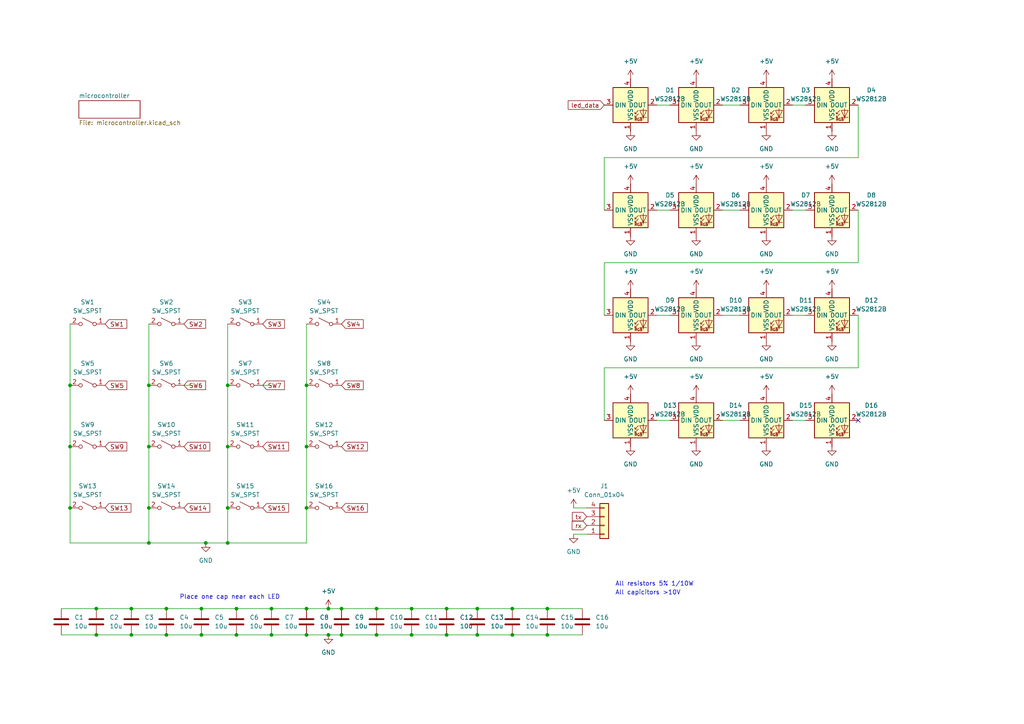
<source format=kicad_sch>
(kicad_sch (version 20230121) (generator eeschema)
  (paper "A4")
  (lib_symbols
    (symbol "Connector_Generic:Conn_01x04" (pin_names (offset 1.016) hide)
      (property "Reference" "J" (at 0 5.08 0))
      (property "Value" "Conn_01x04" (at 0 -7.62 0))
      (symbol "Conn_01x04_1_1"
        (rectangle (start -1.27 -4.953) (end 0 -5.207) (stroke (width 0.1524)))
        (rectangle (start -1.27 -2.413) (end 0 -2.667) (stroke (width 0.1524)))
        (rectangle (start -1.27 0.127) (end 0 -0.127) (stroke (width 0.1524)))
        (rectangle (start -1.27 2.667) (end 0 2.413) (stroke (width 0.1524)))
        (rectangle (start -1.27 3.81) (end 1.27 -6.35) (stroke (width 0.254)) (fill (type background)))
        (pin passive line (at -5.08 2.54 0) (length 3.81) (name "Pin_1") (number "1"))
        (pin passive line (at -5.08 0 0) (length 3.81) (name "Pin_2") (number "2"))
        (pin passive line (at -5.08 -2.54 0) (length 3.81) (name "Pin_3") (number "3"))
        (pin passive line (at -5.08 -5.08 0) (length 3.81) (name "Pin_4") (number "4"))
      )
    )
    (symbol "Device:C" (pin_numbers hide) (pin_names (offset 0.254))
      (property "Reference" "C" (at 0.635 2.54 0))
      (property "Value" "C" (at 0.635 -2.54 0))
      (symbol "C_0_1"
        (polyline (pts (xy -2.032 -0.762) (xy 2.032 -0.762)) (stroke (width 0.508)))
        (polyline (pts (xy -2.032 0.762) (xy 2.032 0.762)) (stroke (width 0.508)))
      )
      (symbol "C_1_1"
        (pin passive line (at 0 3.81 270) (length 2.794) (name "~") (number "1"))
        (pin passive line (at 0 -3.81 90) (length 2.794) (name "~") (number "2"))
      )
    )
    (symbol "Switch:SW_SPST" (pin_names (offset 0) hide)
      (property "Reference" "SW" (at 0 3.175 0))
      (property "Value" "SW_SPST" (at 0 -2.54 0))
      (symbol "SW_SPST_0_0"
        (circle (center -2.032 0) (radius 0.508))
        (polyline (pts (xy -1.524 0.254) (xy 1.524 1.778)))
        (circle (center 2.032 0) (radius 0.508))
      )
      (symbol "SW_SPST_1_1"
        (pin passive line (at -5.08 0 0) (length 2.54) (name "A") (number "1"))
        (pin passive line (at 5.08 0 180) (length 2.54) (name "B") (number "2"))
      )
    )
    (symbol "adafruit:NeoPixel_Slim_Flat"
      (property "Reference" "U" (at 0 0 0))
      (property "Value" "NeoPixel_Slim_Flat" (at 0 0 0))
      (symbol "NeoPixel_Slim_Flat_0_0"
        (text "RGB" (at 2.286 -4.191 0) (effects (font (size 0.762 0.762))))
      )
      (symbol "NeoPixel_Slim_Flat_0_1"
        (polyline (pts (xy 1.27 -3.556) (xy 1.778 -3.556)))
        (polyline (pts (xy 1.27 -2.54) (xy 1.778 -2.54)))
        (polyline (pts (xy 4.699 -3.556) (xy 2.667 -3.556)))
        (polyline (pts (xy 2.286 -2.54) (xy 1.27 -3.556) (xy 1.27 -3.048)))
        (polyline (pts (xy 2.286 -1.524) (xy 1.27 -2.54) (xy 1.27 -2.032)))
        (polyline (pts (xy 3.683 -1.016) (xy 3.683 -3.556) (xy 3.683 -4.064)))
        (polyline (pts (xy 4.699 -1.524) (xy 2.667 -1.524) (xy 3.683 -3.556) (xy 4.699 -1.524)))
        (rectangle (start 5.08 5.08) (end -5.08 -5.08) (stroke (width 0.254)) (fill (type background)))
      )
      (symbol "NeoPixel_Slim_Flat_1_1"
        (pin power_in line (at 0 -7.62 90) (length 2.54) (name "VSS") (number "1"))
        (pin output line (at 7.62 0 180) (length 2.54) (name "DOUT") (number "2"))
        (pin input line (at -7.62 0 0) (length 2.54) (name "DIN") (number "3"))
        (pin power_in line (at 0 7.62 270) (length 2.54) (name "VDD") (number "4"))
      )
    )
    (symbol "power:+5V" (power) (pin_names (offset 0))
      (property "Value" "+5V" (at 0 3.556 0))
      (symbol "+5V_0_1"
        (polyline (pts (xy -0.762 1.27) (xy 0 2.54)))
        (polyline (pts (xy 0 0) (xy 0 2.54)))
        (polyline (pts (xy 0 2.54) (xy 0.762 1.27)))
      )
      (symbol "+5V_1_1"
        (pin power_in line (at 0 0 90) (length 0) hide (name "+5V") (number "1"))
      )
    )
    (symbol "power:GND" (power) (pin_names (offset 0))
      (property "Value" "GND" (at 0 -3.81 0))
      (symbol "GND_0_1"
        (polyline (pts (xy 0 0) (xy 0 -1.27) (xy 1.27 -1.27) (xy 0 -2.54) (xy -1.27 -1.27) (xy 0 -1.27)))
      )
      (symbol "GND_1_1"
        (pin power_in line (at 0 0 270) (length 0) hide (name "GND") (number "1"))
      )
    )
  )
  (junction (at 20.32 111.76))
  (junction (at 59.69 157.48))
  (junction (at 27.94 176.53))
  (junction (at 68.58 176.53))
  (junction (at 148.59 184.15))
  (junction (at 48.26 176.53))
  (junction (at 66.04 111.76))
  (junction (at 88.9 111.76))
  (junction (at 78.74 176.53))
  (junction (at 48.26 184.15))
  (junction (at 78.74 184.15))
  (junction (at 99.06 184.15))
  (junction (at 27.94 184.15))
  (junction (at 158.75 184.15))
  (junction (at 58.42 184.15))
  (junction (at 66.04 129.54))
  (junction (at 38.1 184.15))
  (junction (at 43.18 147.32))
  (junction (at 20.32 129.54))
  (junction (at 158.75 176.53))
  (junction (at 88.9 176.53))
  (junction (at 88.9 147.32))
  (junction (at 20.32 147.32))
  (junction (at 129.54 176.53))
  (junction (at 66.04 147.32))
  (junction (at 138.43 184.15))
  (junction (at 109.22 184.15))
  (junction (at 58.42 176.53))
  (junction (at 68.58 184.15))
  (junction (at 99.06 176.53))
  (junction (at 138.43 176.53))
  (junction (at 43.18 157.48))
  (junction (at 119.38 176.53))
  (junction (at 43.18 129.54))
  (junction (at 66.04 157.48))
  (junction (at 119.38 184.15))
  (junction (at 109.22 176.53))
  (junction (at 129.54 184.15))
  (junction (at 148.59 176.53))
  (junction (at 88.9 129.54))
  (junction (at 95.25 184.15))
  (junction (at 38.1 176.53))
  (junction (at 43.18 111.76))
  (junction (at 88.9 184.15))
  (junction (at 95.25 176.53))
  (no_connect (at 248.92 121.92))
  (wire (pts (xy 66.04 111.76) (xy 66.04 129.54)))
  (wire (pts (xy 148.59 176.53) (xy 158.75 176.53)))
  (wire (pts (xy 20.32 157.48) (xy 43.18 157.48)))
  (wire (pts (xy 248.92 91.44) (xy 248.92 106.68)))
  (wire (pts (xy 58.42 184.15) (xy 68.58 184.15)))
  (wire (pts (xy 109.22 184.15) (xy 119.38 184.15)))
  (wire (pts (xy 138.43 176.53) (xy 148.59 176.53)))
  (wire (pts (xy 190.5 121.92) (xy 194.31 121.92)))
  (wire (pts (xy 66.04 93.98) (xy 66.04 111.76)))
  (wire (pts (xy 88.9 147.32) (xy 88.9 157.48)))
  (wire (pts (xy 99.06 176.53) (xy 109.22 176.53)))
  (wire (pts (xy 88.9 93.98) (xy 88.9 111.76)))
  (wire (pts (xy 209.55 121.92) (xy 214.63 121.92)))
  (wire (pts (xy 20.32 129.54) (xy 20.32 147.32)))
  (wire (pts (xy 78.74 176.53) (xy 88.9 176.53)))
  (wire (pts (xy 209.55 91.44) (xy 214.63 91.44)))
  (wire (pts (xy 48.26 184.15) (xy 58.42 184.15)))
  (wire (pts (xy 48.26 176.53) (xy 58.42 176.53)))
  (wire (pts (xy 248.92 60.96) (xy 248.92 76.2)))
  (wire (pts (xy 175.26 106.68) (xy 248.92 106.68)))
  (wire (pts (xy 119.38 184.15) (xy 129.54 184.15)))
  (wire (pts (xy 88.9 147.32) (xy 88.9 129.54)))
  (wire (pts (xy 17.78 184.15) (xy 27.94 184.15)))
  (wire (pts (xy 43.18 129.54) (xy 43.18 147.32)))
  (wire (pts (xy 95.25 176.53) (xy 99.06 176.53)))
  (wire (pts (xy 119.38 176.53) (xy 129.54 176.53)))
  (wire (pts (xy 53.34 111.76) (xy 55.88 111.76)))
  (wire (pts (xy 88.9 176.53) (xy 95.25 176.53)))
  (wire (pts (xy 43.18 157.48) (xy 59.69 157.48)))
  (wire (pts (xy 209.55 60.96) (xy 214.63 60.96)))
  (wire (pts (xy 190.5 60.96) (xy 194.31 60.96)))
  (wire (pts (xy 175.26 76.2) (xy 175.26 91.44)))
  (wire (pts (xy 66.04 129.54) (xy 66.04 147.32)))
  (wire (pts (xy 38.1 176.53) (xy 48.26 176.53)))
  (wire (pts (xy 229.87 60.96) (xy 233.68 60.96)))
  (wire (pts (xy 229.87 121.92) (xy 233.68 121.92)))
  (wire (pts (xy 66.04 147.32) (xy 66.04 157.48)))
  (wire (pts (xy 166.37 147.32) (xy 170.18 147.32)))
  (wire (pts (xy 20.32 111.76) (xy 20.32 129.54)))
  (wire (pts (xy 158.75 184.15) (xy 168.91 184.15)))
  (wire (pts (xy 190.5 91.44) (xy 194.31 91.44)))
  (wire (pts (xy 43.18 111.76) (xy 43.18 129.54)))
  (wire (pts (xy 58.42 176.53) (xy 68.58 176.53)))
  (wire (pts (xy 17.78 176.53) (xy 27.94 176.53)))
  (wire (pts (xy 20.32 147.32) (xy 20.32 157.48)))
  (wire (pts (xy 190.5 30.48) (xy 194.31 30.48)))
  (wire (pts (xy 59.69 157.48) (xy 66.04 157.48)))
  (wire (pts (xy 66.04 157.48) (xy 88.9 157.48)))
  (wire (pts (xy 43.18 147.32) (xy 43.18 157.48)))
  (wire (pts (xy 229.87 91.44) (xy 233.68 91.44)))
  (wire (pts (xy 166.37 154.94) (xy 170.18 154.94)))
  (wire (pts (xy 209.55 30.48) (xy 214.63 30.48)))
  (wire (pts (xy 248.92 30.48) (xy 248.92 45.72)))
  (wire (pts (xy 88.9 184.15) (xy 95.25 184.15)))
  (wire (pts (xy 109.22 176.53) (xy 119.38 176.53)))
  (wire (pts (xy 129.54 184.15) (xy 138.43 184.15)))
  (wire (pts (xy 76.2 111.76) (xy 78.74 111.76)))
  (wire (pts (xy 138.43 184.15) (xy 148.59 184.15)))
  (wire (pts (xy 27.94 184.15) (xy 38.1 184.15)))
  (wire (pts (xy 175.26 76.2) (xy 248.92 76.2)))
  (wire (pts (xy 175.26 45.72) (xy 248.92 45.72)))
  (wire (pts (xy 129.54 176.53) (xy 138.43 176.53)))
  (wire (pts (xy 68.58 176.53) (xy 78.74 176.53)))
  (wire (pts (xy 175.26 45.72) (xy 175.26 60.96)))
  (wire (pts (xy 95.25 184.15) (xy 99.06 184.15)))
  (wire (pts (xy 20.32 93.98) (xy 20.32 111.76)))
  (wire (pts (xy 175.26 106.68) (xy 175.26 121.92)))
  (wire (pts (xy 27.94 176.53) (xy 38.1 176.53)))
  (wire (pts (xy 229.87 30.48) (xy 233.68 30.48)))
  (wire (pts (xy 38.1 184.15) (xy 48.26 184.15)))
  (wire (pts (xy 158.75 176.53) (xy 168.91 176.53)))
  (wire (pts (xy 99.06 184.15) (xy 109.22 184.15)))
  (wire (pts (xy 43.18 93.98) (xy 43.18 111.76)))
  (wire (pts (xy 68.58 184.15) (xy 78.74 184.15)))
  (wire (pts (xy 78.74 184.15) (xy 88.9 184.15)))
  (wire (pts (xy 148.59 184.15) (xy 158.75 184.15)))
  (wire (pts (xy 88.9 129.54) (xy 88.9 111.76)))
  (text "All resistors 5% 1/10W" (at 178.435 170.18 0) (effects (font (size 1.27 1.27)) (justify left bottom)))
  (text "Place one cap near each LED" (at 52.07 173.99 0) (effects (font (size 1.27 1.27)) (justify left bottom)))
  (text "All capicitors >10V" (at 178.435 172.72 0) (effects (font (size 1.27 1.27)) (justify left bottom)))
  (global_label "rx" (shape input) (at 170.18 152.4 180) (property "Intersheetrefs" "${INTERSHEET_REFS}" (effects hide)))
  (global_label "SW12" (shape input) (at 99.06 129.54 0) (property "Intersheetrefs" "${INTERSHEET_REFS}" (effects hide)))
  (global_label "tx" (shape input) (at 170.18 149.86 180) (property "Intersheetrefs" "${INTERSHEET_REFS}" (effects hide)))
  (global_label "SW10" (shape input) (at 53.34 129.54 0) (property "Intersheetrefs" "${INTERSHEET_REFS}" (effects hide)))
  (global_label "SW5" (shape input) (at 30.48 111.76 0) (property "Intersheetrefs" "${INTERSHEET_REFS}" (effects hide)))
  (global_label "SW14" (shape input) (at 53.34 147.32 0) (property "Intersheetrefs" "${INTERSHEET_REFS}" (effects hide)))
  (global_label "SW7" (shape input) (at 76.2 111.76 0) (property "Intersheetrefs" "${INTERSHEET_REFS}" (effects hide)))
  (global_label "SW16" (shape input) (at 99.06 147.32 0) (property "Intersheetrefs" "${INTERSHEET_REFS}" (effects hide)))
  (global_label "SW2" (shape input) (at 53.34 93.98 0) (property "Intersheetrefs" "${INTERSHEET_REFS}" (effects hide)))
  (global_label "led_data" (shape input) (at 175.26 30.48 180) (property "Intersheetrefs" "${INTERSHEET_REFS}" (effects hide)))
  (global_label "SW15" (shape input) (at 76.2 147.32 0) (property "Intersheetrefs" "${INTERSHEET_REFS}" (effects hide)))
  (global_label "SW13" (shape input) (at 30.48 147.32 0) (property "Intersheetrefs" "${INTERSHEET_REFS}" (effects hide)))
  (global_label "SW3" (shape input) (at 76.2 93.98 0) (property "Intersheetrefs" "${INTERSHEET_REFS}" (effects hide)))
  (global_label "SW1" (shape input) (at 30.48 93.98 0) (property "Intersheetrefs" "${INTERSHEET_REFS}" (effects hide)))
  (global_label "SW11" (shape input) (at 76.2 129.54 0) (property "Intersheetrefs" "${INTERSHEET_REFS}" (effects hide)))
  (global_label "SW6" (shape input) (at 53.34 111.76 0) (property "Intersheetrefs" "${INTERSHEET_REFS}" (effects hide)))
  (global_label "SW8" (shape input) (at 99.06 111.76 0) (property "Intersheetrefs" "${INTERSHEET_REFS}" (effects hide)))
  (global_label "SW4" (shape input) (at 99.06 93.98 0) (property "Intersheetrefs" "${INTERSHEET_REFS}" (effects hide)))
  (global_label "SW9" (shape input) (at 30.48 129.54 0) (property "Intersheetrefs" "${INTERSHEET_REFS}" (effects hide)))
  (symbol (lib_id "Switch:SW_SPST") (at 48.26 93.98 0) (mirror y) (unit 1)
    (property "Reference" "SW2" (at 48.26 87.63 0))
    (property "Value" "SW_SPST" (at 48.26 90.17 0))
    (property "Footprint" "buttons:SW_Gateron_MX_1.00u_Plate" (effects hide))
  )
  (symbol (lib_id "Device:C") (at 99.06 180.34 0) (unit 1)
    (property "Reference" "C9" (at 102.87 179.0699 0) (effects (justify left)))
    (property "Value" "10u" (at 102.87 181.6099 0) (effects (justify left)))
    (property "Footprint" "Capacitor_SMD:C_0603_1608Metric" (effects hide))
    (property "DPN" "GMC10X5R106M10NT" (effects hide))
    (property "MPN" "4713-GMC10X5R106M10NTCT-ND" (effects hide))
  )
  (symbol (lib_id "power:+5V") (at 222.25 114.3 0) (unit 1)
    (property "Reference" "#PWR0121" (effects hide))
    (property "Value" "+5V" (at 222.25 109.22 0))
  )
  (symbol (lib_id "adafruit:NeoPixel_Slim_Flat") (at 182.88 60.96 0) (unit 1)
    (property "Reference" "D5" (at 194.31 56.6293 0))
    (property "Value" "WS2812B" (at 194.31 59.1693 0))
    (property "Footprint" "adafruit:Neopixel - Slim Flat - Down" (effects hide))
    (property "Datasheet" "https://cdn-shop.adafruit.com/product-files/4892/4892_SK68XX-EC3210F__REV.A.pdf" (effects hide))
  )
  (symbol (lib_id "Device:C") (at 109.22 180.34 0) (unit 1)
    (property "Reference" "C10" (at 113.03 179.0699 0) (effects (justify left)))
    (property "Value" "10u" (at 113.03 181.6099 0) (effects (justify left)))
    (property "Footprint" "Capacitor_SMD:C_0603_1608Metric" (effects hide))
    (property "DPN" "GMC10X5R106M10NT" (effects hide))
    (property "MPN" "4713-GMC10X5R106M10NTCT-ND" (effects hide))
  )
  (symbol (lib_id "Connector_Generic:Conn_01x04") (at 175.26 152.4 0) (mirror x) (unit 1)
    (property "Reference" "J1" (at 175.26 140.97 0))
    (property "Value" "Conn_01x04" (at 175.26 143.51 0))
    (property "Footprint" "Connector_JST:JST_PH_S4B-PH-SM4-TB_1x04-1MP_P2.00mm_Horizontal" (effects hide))
  )
  (symbol (lib_id "power:+5V") (at 201.93 83.82 0) (unit 1)
    (property "Reference" "#PWR0104" (effects hide))
    (property "Value" "+5V" (at 201.93 78.74 0))
  )
  (symbol (lib_id "Device:C") (at 168.91 180.34 0) (unit 1)
    (property "Reference" "C16" (at 172.72 179.0699 0) (effects (justify left)))
    (property "Value" "10u" (at 172.72 181.6099 0) (effects (justify left)))
    (property "Footprint" "Capacitor_SMD:C_0603_1608Metric" (effects hide))
    (property "DPN" "GMC10X5R106M10NT" (effects hide))
    (property "MPN" "4713-GMC10X5R106M10NTCT-ND" (effects hide))
  )
  (symbol (lib_id "Switch:SW_SPST") (at 48.26 111.76 0) (mirror y) (unit 1)
    (property "Reference" "SW6" (at 48.26 105.41 0))
    (property "Value" "SW_SPST" (at 48.26 107.95 0))
    (property "Footprint" "buttons:SW_Gateron_MX_1.00u_Plate" (effects hide))
  )
  (symbol (lib_id "Device:C") (at 68.58 180.34 0) (unit 1)
    (property "Reference" "C6" (at 72.39 179.0699 0) (effects (justify left)))
    (property "Value" "10u" (at 72.39 181.6099 0) (effects (justify left)))
    (property "Footprint" "Capacitor_SMD:C_0603_1608Metric" (effects hide))
    (property "DPN" "GMC10X5R106M10NT" (effects hide))
    (property "MPN" "4713-GMC10X5R106M10NTCT-ND" (effects hide))
  )
  (symbol (lib_id "Switch:SW_SPST") (at 71.12 111.76 0) (mirror y) (unit 1)
    (property "Reference" "SW7" (at 71.12 105.41 0))
    (property "Value" "SW_SPST" (at 71.12 107.95 0))
    (property "Footprint" "buttons:SW_Gateron_MX_1.00u_Plate" (effects hide))
  )
  (symbol (lib_id "Switch:SW_SPST") (at 25.4 93.98 0) (mirror y) (unit 1)
    (property "Reference" "SW1" (at 25.4 87.63 0))
    (property "Value" "SW_SPST" (at 25.4 90.17 0))
    (property "Footprint" "buttons:SW_Gateron_MX_1.00u_Plate" (effects hide))
  )
  (symbol (lib_id "Device:C") (at 148.59 180.34 0) (unit 1)
    (property "Reference" "C14" (at 152.4 179.0699 0) (effects (justify left)))
    (property "Value" "10u" (at 152.4 181.6099 0) (effects (justify left)))
    (property "Footprint" "Capacitor_SMD:C_0603_1608Metric" (effects hide))
    (property "DPN" "GMC10X5R106M10NT" (effects hide))
    (property "MPN" "4713-GMC10X5R106M10NTCT-ND" (effects hide))
  )
  (symbol (lib_id "power:GND") (at 222.25 99.06 0) (unit 1)
    (property "Reference" "#PWR0127" (effects hide))
    (property "Value" "GND" (at 222.25 104.14 0))
  )
  (symbol (lib_id "power:GND") (at 222.25 129.54 0) (unit 1)
    (property "Reference" "#PWR0130" (effects hide))
    (property "Value" "GND" (at 222.25 134.62 0))
  )
  (symbol (lib_id "adafruit:NeoPixel_Slim_Flat") (at 182.88 91.44 0) (unit 1)
    (property "Reference" "D9" (at 194.31 87.1093 0))
    (property "Value" "WS2812B" (at 194.31 89.6493 0))
    (property "Footprint" "adafruit:Neopixel - Slim Flat - Down" (effects hide))
    (property "Datasheet" "https://cdn-shop.adafruit.com/product-files/4892/4892_SK68XX-EC3210F__REV.A.pdf" (effects hide))
  )
  (symbol (lib_id "Device:C") (at 158.75 180.34 0) (unit 1)
    (property "Reference" "C15" (at 162.56 179.0699 0) (effects (justify left)))
    (property "Value" "10u" (at 162.56 181.6099 0) (effects (justify left)))
    (property "Footprint" "Capacitor_SMD:C_0603_1608Metric" (effects hide))
    (property "DPN" "GMC10X5R106M10NT" (effects hide))
    (property "MPN" "4713-GMC10X5R106M10NTCT-ND" (effects hide))
  )
  (symbol (lib_id "power:GND") (at 201.93 99.06 0) (unit 1)
    (property "Reference" "#PWR0122" (effects hide))
    (property "Value" "GND" (at 201.93 104.14 0))
  )
  (symbol (lib_id "adafruit:NeoPixel_Slim_Flat") (at 222.25 60.96 0) (unit 1)
    (property "Reference" "D7" (at 233.68 56.6293 0))
    (property "Value" "WS2812B" (at 233.68 59.1693 0))
    (property "Footprint" "adafruit:Neopixel - Slim Flat - Down" (effects hide))
    (property "Datasheet" "https://cdn-shop.adafruit.com/product-files/4892/4892_SK68XX-EC3210F__REV.A.pdf" (effects hide))
  )
  (symbol (lib_id "power:GND") (at 222.25 38.1 0) (unit 1)
    (property "Reference" "#PWR0103" (effects hide))
    (property "Value" "GND" (at 222.25 43.18 0))
  )
  (symbol (lib_id "power:GND") (at 222.25 68.58 0) (unit 1)
    (property "Reference" "#PWR0107" (effects hide))
    (property "Value" "GND" (at 222.25 73.66 0))
  )
  (symbol (lib_id "adafruit:NeoPixel_Slim_Flat") (at 201.93 121.92 0) (unit 1)
    (property "Reference" "D14" (at 213.36 117.5893 0))
    (property "Value" "WS2812B" (at 213.36 120.1293 0))
    (property "Footprint" "adafruit:Neopixel - Slim Flat - Down" (effects hide))
    (property "Datasheet" "https://cdn-shop.adafruit.com/product-files/4892/4892_SK68XX-EC3210F__REV.A.pdf" (effects hide))
  )
  (symbol (lib_id "adafruit:NeoPixel_Slim_Flat") (at 201.93 30.48 0) (unit 1)
    (property "Reference" "D2" (at 213.36 26.1493 0))
    (property "Value" "WS2812B" (at 213.36 28.6893 0))
    (property "Footprint" "adafruit:Neopixel - Slim Flat - Down" (effects hide))
    (property "Datasheet" "https://cdn-shop.adafruit.com/product-files/4892/4892_SK68XX-EC3210F__REV.A.pdf" (effects hide))
  )
  (symbol (lib_id "Device:C") (at 78.74 180.34 0) (unit 1)
    (property "Reference" "C7" (at 82.55 179.0699 0) (effects (justify left)))
    (property "Value" "10u" (at 82.55 181.6099 0) (effects (justify left)))
    (property "Footprint" "Capacitor_SMD:C_0603_1608Metric" (effects hide))
    (property "DPN" "GMC10X5R106M10NT" (effects hide))
    (property "MPN" "4713-GMC10X5R106M10NTCT-ND" (effects hide))
  )
  (symbol (lib_id "power:+5V") (at 182.88 83.82 0) (unit 1)
    (property "Reference" "#PWR0105" (effects hide))
    (property "Value" "+5V" (at 182.88 78.74 0))
  )
  (symbol (lib_id "power:GND") (at 59.69 157.48 0) (unit 1)
    (property "Reference" "#PWR0137" (effects hide))
    (property "Value" "GND" (at 59.69 162.56 0))
  )
  (symbol (lib_id "power:+5V") (at 201.93 53.34 0) (unit 1)
    (property "Reference" "#PWR0113" (effects hide))
    (property "Value" "+5V" (at 201.93 48.26 0))
  )
  (symbol (lib_id "Switch:SW_SPST") (at 25.4 129.54 0) (mirror y) (unit 1)
    (property "Reference" "SW9" (at 25.4 123.19 0))
    (property "Value" "SW_SPST" (at 25.4 125.73 0))
    (property "Footprint" "buttons:SW_Gateron_MX_1.00u_Plate" (effects hide))
  )
  (symbol (lib_id "power:+5V") (at 241.3 22.86 0) (unit 1)
    (property "Reference" "#PWR0101" (effects hide))
    (property "Value" "+5V" (at 241.3 17.78 0))
  )
  (symbol (lib_id "power:GND") (at 241.3 38.1 0) (unit 1)
    (property "Reference" "#PWR0102" (effects hide))
    (property "Value" "GND" (at 241.3 43.18 0))
  )
  (symbol (lib_id "adafruit:NeoPixel_Slim_Flat") (at 241.3 121.92 0) (unit 1)
    (property "Reference" "D16" (at 252.73 117.5893 0))
    (property "Value" "WS2812B" (at 252.73 120.1293 0))
    (property "Footprint" "adafruit:Neopixel - Slim Flat - Down" (effects hide))
    (property "Datasheet" "https://cdn-shop.adafruit.com/product-files/4892/4892_SK68XX-EC3210F__REV.A.pdf" (effects hide))
  )
  (symbol (lib_id "Switch:SW_SPST") (at 71.12 129.54 0) (mirror y) (unit 1)
    (property "Reference" "SW11" (at 71.12 123.19 0))
    (property "Value" "SW_SPST" (at 71.12 125.73 0))
    (property "Footprint" "buttons:SW_Gateron_MX_1.00u_Plate" (effects hide))
  )
  (symbol (lib_id "power:GND") (at 241.3 129.54 0) (unit 1)
    (property "Reference" "#PWR0132" (effects hide))
    (property "Value" "GND" (at 241.3 134.62 0))
  )
  (symbol (lib_id "Device:C") (at 38.1 180.34 0) (unit 1)
    (property "Reference" "C3" (at 41.91 179.0699 0) (effects (justify left)))
    (property "Value" "10u" (at 41.91 181.6099 0) (effects (justify left)))
    (property "Footprint" "Capacitor_SMD:C_0603_1608Metric" (effects hide))
    (property "DPN" "GMC10X5R106M10NT" (effects hide))
    (property "MPN" "4713-GMC10X5R106M10NTCT-ND" (effects hide))
  )
  (symbol (lib_id "power:+5V") (at 182.88 53.34 0) (unit 1)
    (property "Reference" "#PWR0118" (effects hide))
    (property "Value" "+5V" (at 182.88 48.26 0))
  )
  (symbol (lib_id "power:GND") (at 95.25 184.15 0) (unit 1)
    (property "Reference" "#PWR0139" (effects hide))
    (property "Value" "GND" (at 95.25 189.23 0))
  )
  (symbol (lib_id "adafruit:NeoPixel_Slim_Flat") (at 241.3 60.96 0) (unit 1)
    (property "Reference" "D8" (at 252.73 56.6293 0))
    (property "Value" "WS2812B" (at 252.73 59.1693 0))
    (property "Footprint" "adafruit:Neopixel - Slim Flat - Down" (effects hide))
    (property "Datasheet" "https://cdn-shop.adafruit.com/product-files/4892/4892_SK68XX-EC3210F__REV.A.pdf" (effects hide))
  )
  (symbol (lib_id "power:GND") (at 182.88 68.58 0) (unit 1)
    (property "Reference" "#PWR0106" (effects hide))
    (property "Value" "GND" (at 182.88 73.66 0))
  )
  (symbol (lib_id "Switch:SW_SPST") (at 93.98 129.54 0) (mirror y) (unit 1)
    (property "Reference" "SW12" (at 93.98 123.19 0))
    (property "Value" "SW_SPST" (at 93.98 125.73 0))
    (property "Footprint" "buttons:SW_Gateron_MX_1.00u_Plate" (effects hide))
  )
  (symbol (lib_id "Switch:SW_SPST") (at 48.26 147.32 0) (mirror y) (unit 1)
    (property "Reference" "SW14" (at 48.26 140.97 0))
    (property "Value" "SW_SPST" (at 48.26 143.51 0))
    (property "Footprint" "buttons:SW_Gateron_MX_1.00u_Plate" (effects hide))
  )
  (symbol (lib_id "power:GND") (at 182.88 129.54 0) (unit 1)
    (property "Reference" "#PWR0126" (effects hide))
    (property "Value" "GND" (at 182.88 134.62 0))
  )
  (symbol (lib_id "power:GND") (at 182.88 99.06 0) (unit 1)
    (property "Reference" "#PWR0128" (effects hide))
    (property "Value" "GND" (at 182.88 104.14 0))
  )
  (symbol (lib_id "Switch:SW_SPST") (at 93.98 147.32 0) (mirror y) (unit 1)
    (property "Reference" "SW16" (at 93.98 140.97 0))
    (property "Value" "SW_SPST" (at 93.98 143.51 0))
    (property "Footprint" "buttons:SW_Gateron_MX_1.00u_Plate" (effects hide))
  )
  (symbol (lib_id "Device:C") (at 88.9 180.34 0) (unit 1)
    (property "Reference" "C8" (at 92.71 179.0699 0) (effects (justify left)))
    (property "Value" "10u" (at 92.71 181.6099 0) (effects (justify left)))
    (property "Footprint" "Capacitor_SMD:C_0603_1608Metric" (effects hide))
    (property "DPN" "GMC10X5R106M10NT" (effects hide))
    (property "MPN" "4713-GMC10X5R106M10NTCT-ND" (effects hide))
  )
  (symbol (lib_id "power:GND") (at 201.93 38.1 0) (unit 1)
    (property "Reference" "#PWR0115" (effects hide))
    (property "Value" "GND" (at 201.93 43.18 0))
  )
  (symbol (lib_id "Switch:SW_SPST") (at 71.12 147.32 0) (mirror y) (unit 1)
    (property "Reference" "SW15" (at 71.12 140.97 0))
    (property "Value" "SW_SPST" (at 71.12 143.51 0))
    (property "Footprint" "buttons:SW_Gateron_MX_1.00u_Plate" (effects hide))
  )
  (symbol (lib_id "Device:C") (at 129.54 180.34 0) (unit 1)
    (property "Reference" "C12" (at 133.35 179.0699 0) (effects (justify left)))
    (property "Value" "10u" (at 133.35 181.6099 0) (effects (justify left)))
    (property "Footprint" "Capacitor_SMD:C_0603_1608Metric" (effects hide))
    (property "DPN" "GMC10X5R106M10NT" (effects hide))
    (property "MPN" "4713-GMC10X5R106M10NTCT-ND" (effects hide))
  )
  (symbol (lib_id "adafruit:NeoPixel_Slim_Flat") (at 241.3 91.44 0) (unit 1)
    (property "Reference" "D12" (at 252.73 87.1093 0))
    (property "Value" "WS2812B" (at 252.73 89.6493 0))
    (property "Footprint" "adafruit:Neopixel - Slim Flat - Down" (effects hide))
    (property "Datasheet" "https://cdn-shop.adafruit.com/product-files/4892/4892_SK68XX-EC3210F__REV.A.pdf" (effects hide))
  )
  (symbol (lib_id "adafruit:NeoPixel_Slim_Flat") (at 182.88 30.48 0) (unit 1)
    (property "Reference" "D1" (at 194.31 26.1493 0))
    (property "Value" "WS2812B" (at 194.31 28.6893 0))
    (property "Footprint" "adafruit:Neopixel - Slim Flat - Down" (effects hide))
    (property "Datasheet" "https://cdn-shop.adafruit.com/product-files/4892/4892_SK68XX-EC3210F__REV.A.pdf" (effects hide))
  )
  (symbol (lib_id "power:+5V") (at 222.25 22.86 0) (unit 1)
    (property "Reference" "#PWR0114" (effects hide))
    (property "Value" "+5V" (at 222.25 17.78 0))
  )
  (symbol (lib_id "Device:C") (at 48.26 180.34 0) (unit 1)
    (property "Reference" "C4" (at 52.07 179.0699 0) (effects (justify left)))
    (property "Value" "10u" (at 52.07 181.6099 0) (effects (justify left)))
    (property "Footprint" "Capacitor_SMD:C_0603_1608Metric" (effects hide))
    (property "DPN" "GMC10X5R106M10NT" (effects hide))
    (property "MPN" "4713-GMC10X5R106M10NTCT-ND" (effects hide))
  )
  (symbol (lib_id "power:GND") (at 241.3 68.58 0) (unit 1)
    (property "Reference" "#PWR0110" (effects hide))
    (property "Value" "GND" (at 241.3 73.66 0))
  )
  (symbol (lib_id "power:+5V") (at 222.25 83.82 0) (unit 1)
    (property "Reference" "#PWR0109" (effects hide))
    (property "Value" "+5V" (at 222.25 78.74 0))
  )
  (symbol (lib_id "Switch:SW_SPST") (at 93.98 93.98 0) (mirror y) (unit 1)
    (property "Reference" "SW4" (at 93.98 87.63 0))
    (property "Value" "SW_SPST" (at 93.98 90.17 0))
    (property "Footprint" "buttons:SW_Gateron_MX_1.00u_Plate" (effects hide))
  )
  (symbol (lib_id "adafruit:NeoPixel_Slim_Flat") (at 241.3 30.48 0) (unit 1)
    (property "Reference" "D4" (at 252.73 26.1493 0))
    (property "Value" "WS2812B" (at 252.73 28.6893 0))
    (property "Footprint" "adafruit:Neopixel - Slim Flat - Down" (effects hide))
    (property "Datasheet" "https://cdn-shop.adafruit.com/product-files/4892/4892_SK68XX-EC3210F__REV.A.pdf" (effects hide))
  )
  (symbol (lib_id "power:+5V") (at 182.88 114.3 0) (unit 1)
    (property "Reference" "#PWR0125" (effects hide))
    (property "Value" "+5V" (at 182.88 109.22 0))
  )
  (symbol (lib_id "Device:C") (at 119.38 180.34 0) (unit 1)
    (property "Reference" "C11" (at 123.19 179.0699 0) (effects (justify left)))
    (property "Value" "10u" (at 123.19 181.6099 0) (effects (justify left)))
    (property "Footprint" "Capacitor_SMD:C_0603_1608Metric" (effects hide))
    (property "DPN" "GMC10X5R106M10NT" (effects hide))
    (property "MPN" "4713-GMC10X5R106M10NTCT-ND" (effects hide))
  )
  (symbol (lib_id "power:+5V") (at 201.93 114.3 0) (unit 1)
    (property "Reference" "#PWR0124" (effects hide))
    (property "Value" "+5V" (at 201.93 109.22 0))
  )
  (symbol (lib_id "Switch:SW_SPST") (at 25.4 111.76 0) (mirror y) (unit 1)
    (property "Reference" "SW5" (at 25.4 105.41 0))
    (property "Value" "SW_SPST" (at 25.4 107.95 0))
    (property "Footprint" "buttons:SW_Gateron_MX_1.00u_Plate" (effects hide))
  )
  (symbol (lib_id "power:GND") (at 166.37 154.94 0) (mirror y) (unit 1)
    (property "Reference" "#PWR0136" (effects hide))
    (property "Value" "GND" (at 166.37 160.02 0))
  )
  (symbol (lib_id "adafruit:NeoPixel_Slim_Flat") (at 222.25 30.48 0) (unit 1)
    (property "Reference" "D3" (at 233.68 26.1493 0))
    (property "Value" "WS2812B" (at 233.68 28.6893 0))
    (property "Footprint" "adafruit:Neopixel - Slim Flat - Down" (effects hide))
    (property "Datasheet" "https://cdn-shop.adafruit.com/product-files/4892/4892_SK68XX-EC3210F__REV.A.pdf" (effects hide))
  )
  (symbol (lib_id "power:GND") (at 182.88 38.1 0) (unit 1)
    (property "Reference" "#PWR0117" (effects hide))
    (property "Value" "GND" (at 182.88 43.18 0))
  )
  (symbol (lib_id "power:+5V") (at 222.25 53.34 0) (unit 1)
    (property "Reference" "#PWR0111" (effects hide))
    (property "Value" "+5V" (at 222.25 48.26 0))
  )
  (symbol (lib_id "adafruit:NeoPixel_Slim_Flat") (at 201.93 60.96 0) (unit 1)
    (property "Reference" "D6" (at 213.36 56.6293 0))
    (property "Value" "WS2812B" (at 213.36 59.1693 0))
    (property "Footprint" "adafruit:Neopixel - Slim Flat - Down" (effects hide))
    (property "Datasheet" "https://cdn-shop.adafruit.com/product-files/4892/4892_SK68XX-EC3210F__REV.A.pdf" (effects hide))
  )
  (symbol (lib_id "power:GND") (at 201.93 129.54 0) (unit 1)
    (property "Reference" "#PWR0129" (effects hide))
    (property "Value" "GND" (at 201.93 134.62 0))
  )
  (symbol (lib_id "power:+5V") (at 95.25 176.53 0) (unit 1)
    (property "Reference" "#PWR0138" (effects hide))
    (property "Value" "+5V" (at 95.25 171.45 0))
  )
  (symbol (lib_id "adafruit:NeoPixel_Slim_Flat") (at 182.88 121.92 0) (unit 1)
    (property "Reference" "D13" (at 194.31 117.5893 0))
    (property "Value" "WS2812B" (at 194.31 120.1293 0))
    (property "Footprint" "adafruit:Neopixel - Slim Flat - Down" (effects hide))
    (property "Datasheet" "https://cdn-shop.adafruit.com/product-files/4892/4892_SK68XX-EC3210F__REV.A.pdf" (effects hide))
  )
  (symbol (lib_id "power:+5V") (at 182.88 22.86 0) (unit 1)
    (property "Reference" "#PWR0116" (effects hide))
    (property "Value" "+5V" (at 182.88 17.78 0))
  )
  (symbol (lib_id "power:GND") (at 241.3 99.06 0) (unit 1)
    (property "Reference" "#PWR0123" (effects hide))
    (property "Value" "GND" (at 241.3 104.14 0))
  )
  (symbol (lib_id "power:+5V") (at 166.37 147.32 0) (mirror y) (unit 1)
    (property "Reference" "#PWR0135" (effects hide))
    (property "Value" "+5V" (at 166.37 142.24 0))
  )
  (symbol (lib_id "power:+5V") (at 241.3 114.3 0) (unit 1)
    (property "Reference" "#PWR0131" (effects hide))
    (property "Value" "+5V" (at 241.3 109.22 0))
  )
  (symbol (lib_id "Device:C") (at 27.94 180.34 0) (unit 1)
    (property "Reference" "C2" (at 31.75 179.0699 0) (effects (justify left)))
    (property "Value" "10u" (at 31.75 181.6099 0) (effects (justify left)))
    (property "Footprint" "Capacitor_SMD:C_0603_1608Metric" (effects hide))
    (property "DPN" "GMC10X5R106M10NT" (effects hide))
    (property "MPN" "4713-GMC10X5R106M10NTCT-ND" (effects hide))
  )
  (symbol (lib_id "Switch:SW_SPST") (at 48.26 129.54 0) (mirror y) (unit 1)
    (property "Reference" "SW10" (at 48.26 123.19 0))
    (property "Value" "SW_SPST" (at 48.26 125.73 0))
    (property "Footprint" "buttons:SW_Gateron_MX_1.00u_Plate" (effects hide))
  )
  (symbol (lib_id "power:+5V") (at 241.3 53.34 0) (unit 1)
    (property "Reference" "#PWR0120" (effects hide))
    (property "Value" "+5V" (at 241.3 48.26 0))
  )
  (symbol (lib_id "Device:C") (at 58.42 180.34 0) (unit 1)
    (property "Reference" "C5" (at 62.23 179.0699 0) (effects (justify left)))
    (property "Value" "10u" (at 62.23 181.6099 0) (effects (justify left)))
    (property "Footprint" "Capacitor_SMD:C_0603_1608Metric" (effects hide))
    (property "DPN" "GMC10X5R106M10NT" (effects hide))
    (property "MPN" "4713-GMC10X5R106M10NTCT-ND" (effects hide))
  )
  (symbol (lib_id "adafruit:NeoPixel_Slim_Flat") (at 222.25 91.44 0) (unit 1)
    (property "Reference" "D11" (at 233.68 87.1093 0))
    (property "Value" "WS2812B" (at 233.68 89.6493 0))
    (property "Footprint" "adafruit:Neopixel - Slim Flat - Down" (effects hide))
    (property "Datasheet" "https://cdn-shop.adafruit.com/product-files/4892/4892_SK68XX-EC3210F__REV.A.pdf" (effects hide))
  )
  (symbol (lib_id "Device:C") (at 17.78 180.34 0) (unit 1)
    (property "Reference" "C1" (at 21.59 179.0699 0) (effects (justify left)))
    (property "Value" "10u" (at 21.59 181.6099 0) (effects (justify left)))
    (property "Footprint" "Capacitor_SMD:C_0603_1608Metric" (effects hide))
    (property "DPN" "GMC10X5R106M10NT" (effects hide))
    (property "MPN" "4713-GMC10X5R106M10NTCT-ND" (effects hide))
  )
  (symbol (lib_id "adafruit:NeoPixel_Slim_Flat") (at 222.25 121.92 0) (unit 1)
    (property "Reference" "D15" (at 233.68 117.5893 0))
    (property "Value" "WS2812B" (at 233.68 120.1293 0))
    (property "Footprint" "adafruit:Neopixel - Slim Flat - Down" (effects hide))
    (property "Datasheet" "https://cdn-shop.adafruit.com/product-files/4892/4892_SK68XX-EC3210F__REV.A.pdf" (effects hide))
  )
  (symbol (lib_id "Switch:SW_SPST") (at 93.98 111.76 0) (mirror y) (unit 1)
    (property "Reference" "SW8" (at 93.98 105.41 0))
    (property "Value" "SW_SPST" (at 93.98 107.95 0))
    (property "Footprint" "buttons:SW_Gateron_MX_1.00u_Plate" (effects hide))
  )
  (symbol (lib_id "power:+5V") (at 241.3 83.82 0) (unit 1)
    (property "Reference" "#PWR0108" (effects hide))
    (property "Value" "+5V" (at 241.3 78.74 0))
  )
  (symbol (lib_id "power:+5V") (at 201.93 22.86 0) (unit 1)
    (property "Reference" "#PWR0112" (effects hide))
    (property "Value" "+5V" (at 201.93 17.78 0))
  )
  (symbol (lib_id "Switch:SW_SPST") (at 71.12 93.98 0) (mirror y) (unit 1)
    (property "Reference" "SW3" (at 71.12 87.63 0))
    (property "Value" "SW_SPST" (at 71.12 90.17 0))
    (property "Footprint" "buttons:SW_Gateron_MX_1.00u_Plate" (effects hide))
  )
  (symbol (lib_id "Switch:SW_SPST") (at 25.4 147.32 0) (mirror y) (unit 1)
    (property "Reference" "SW13" (at 25.4 140.97 0))
    (property "Value" "SW_SPST" (at 25.4 143.51 0))
    (property "Footprint" "buttons:SW_Gateron_MX_1.00u_Plate" (effects hide))
  )
  (symbol (lib_id "adafruit:NeoPixel_Slim_Flat") (at 201.93 91.44 0) (unit 1)
    (property "Reference" "D10" (at 213.36 87.1093 0))
    (property "Value" "WS2812B" (at 213.36 89.6493 0))
    (property "Footprint" "adafruit:Neopixel - Slim Flat - Down" (effects hide))
    (property "Datasheet" "https://cdn-shop.adafruit.com/product-files/4892/4892_SK68XX-EC3210F__REV.A.pdf" (effects hide))
  )
  (symbol (lib_id "power:GND") (at 201.93 68.58 0) (unit 1)
    (property "Reference" "#PWR0119" (effects hide))
    (property "Value" "GND" (at 201.93 73.66 0))
  )
  (symbol (lib_id "Device:C") (at 138.43 180.34 0) (unit 1)
    (property "Reference" "C13" (at 142.24 179.0699 0) (effects (justify left)))
    (property "Value" "10u" (at 142.24 181.6099 0) (effects (justify left)))
    (property "Footprint" "Capacitor_SMD:C_0603_1608Metric" (effects hide))
    (property "DPN" "GMC10X5R106M10NT" (effects hide))
    (property "MPN" "4713-GMC10X5R106M10NTCT-ND" (effects hide))
  )
  (sheet (at 22.86 29.21) (size 17.78 5.08) (stroke (width 0.1524))
    (property "Sheetname" "microcontroller" (at 22.86 28.4984 0) (effects (justify left bottom)))
    (property "Sheetfile" "microcontroller.kicad_sch" (at 22.86 34.8746 0) (effects (justify left top)))
  )
)
</source>
